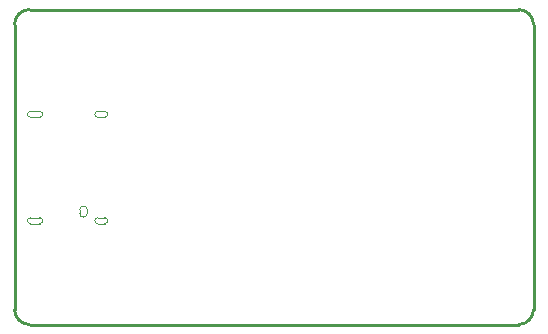
<source format=gm1>
G04*
G04 #@! TF.GenerationSoftware,Altium Limited,Altium Designer,21.0.8 (223)*
G04*
G04 Layer_Color=16711935*
%FSLAX42Y42*%
%MOMM*%
G71*
G04*
G04 #@! TF.SameCoordinates,3342F10C-20B5-45E4-B721-DC8BC5ABD3D0*
G04*
G04*
G04 #@! TF.FilePolarity,Positive*
G04*
G01*
G75*
%ADD14C,0.25*%
%ADD49C,0.00*%
D14*
X4064Y0D02*
G03*
X4191Y127I0J127D01*
G01*
Y2540D02*
G03*
X4064Y2667I-127J0D01*
G01*
X-203Y127D02*
G03*
X-76Y0I127J0D01*
G01*
Y2667D02*
G03*
X-203Y2540I0J-127D01*
G01*
Y127D02*
Y1842D01*
X-76Y2667D02*
X4064D01*
X4191Y127D02*
Y2540D01*
X-76Y0D02*
X4064D01*
X-203Y1842D02*
Y2540D01*
D49*
X414Y972D02*
G03*
X348Y972I-32J0D01*
G01*
Y942D02*
G03*
X414Y942I32J0D01*
G01*
X-69Y905D02*
G03*
X-69Y855I0J-25D01*
G01*
X11D02*
G03*
X11Y905I0J25D01*
G01*
X501D02*
G03*
X501Y855I0J-25D01*
G01*
X561D02*
G03*
X561Y905I0J25D01*
G01*
X11Y1755D02*
G03*
X11Y1805I0J25D01*
G01*
X-69D02*
G03*
X-69Y1755I0J-25D01*
G01*
X501Y1805D02*
G03*
X501Y1755I0J-25D01*
G01*
X561D02*
G03*
X561Y1805I0J25D01*
G01*
X348Y942D02*
Y972D01*
X414Y942D02*
Y972D01*
X-69Y855D02*
X11D01*
X-69Y905D02*
X11D01*
X501D02*
X561D01*
X501Y855D02*
X561D01*
X-69Y1755D02*
X11D01*
X-69Y1805D02*
X11D01*
X501Y1755D02*
X561D01*
X501Y1805D02*
X561D01*
M02*

</source>
